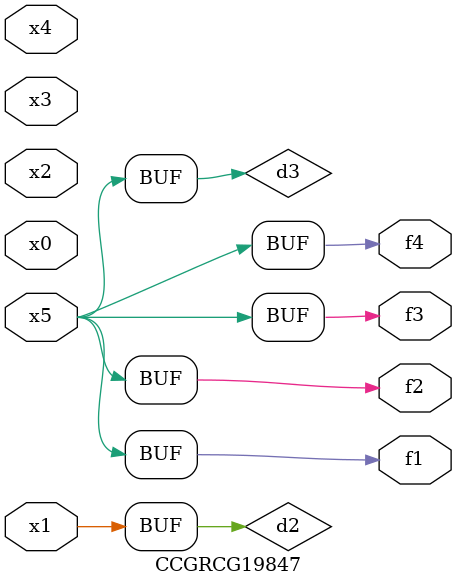
<source format=v>
module CCGRCG19847(
	input x0, x1, x2, x3, x4, x5,
	output f1, f2, f3, f4
);

	wire d1, d2, d3;

	not (d1, x5);
	or (d2, x1);
	xnor (d3, d1);
	assign f1 = d3;
	assign f2 = d3;
	assign f3 = d3;
	assign f4 = d3;
endmodule

</source>
